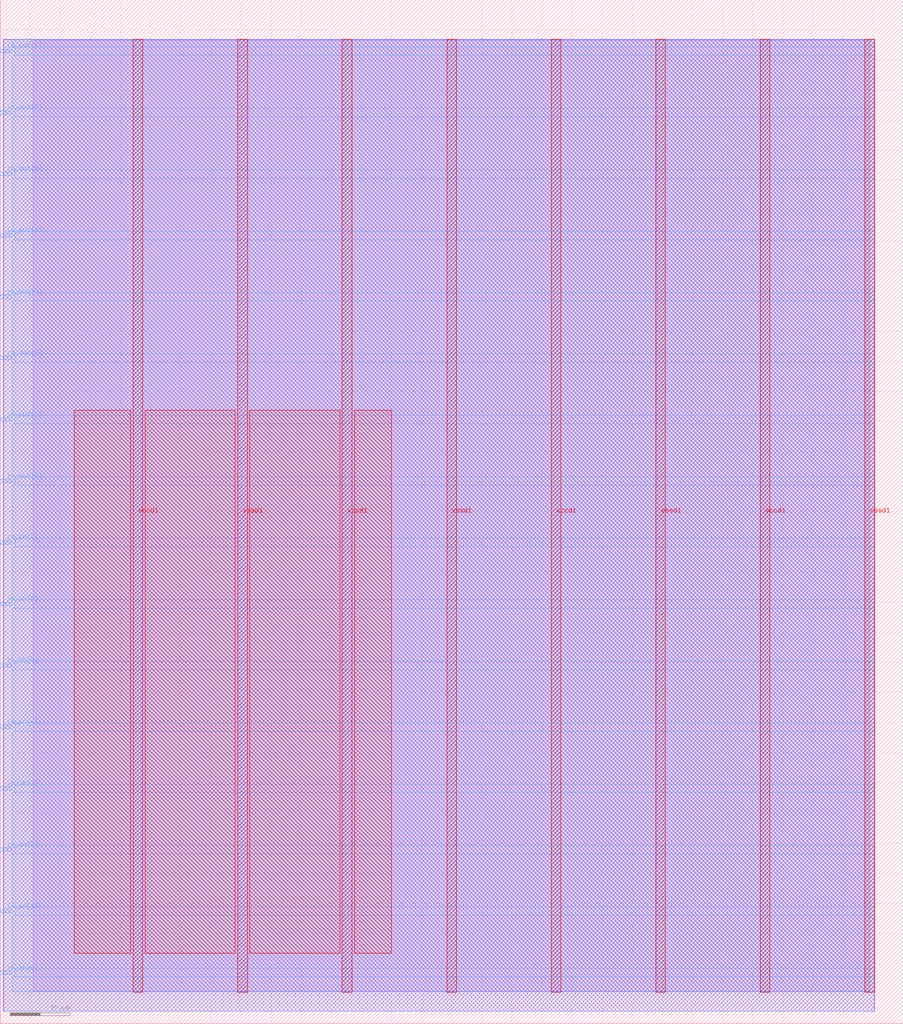
<source format=lef>
VERSION 5.7 ;
  NOWIREEXTENSIONATPIN ON ;
  DIVIDERCHAR "/" ;
  BUSBITCHARS "[]" ;
MACRO msaghir_top_level
  CLASS BLOCK ;
  FOREIGN msaghir_top_level ;
  ORIGIN 0.000 0.000 ;
  SIZE 150.000 BY 170.000 ;
  PIN io_in[0]
    DIRECTION INPUT ;
    USE SIGNAL ;
    PORT
      LAYER met3 ;
        RECT 0.000 8.200 2.000 8.800 ;
    END
  END io_in[0]
  PIN io_in[1]
    DIRECTION INPUT ;
    USE SIGNAL ;
    PORT
      LAYER met3 ;
        RECT 0.000 18.400 2.000 19.000 ;
    END
  END io_in[1]
  PIN io_in[2]
    DIRECTION INPUT ;
    USE SIGNAL ;
    PORT
      LAYER met3 ;
        RECT 0.000 28.600 2.000 29.200 ;
    END
  END io_in[2]
  PIN io_in[3]
    DIRECTION INPUT ;
    USE SIGNAL ;
    PORT
      LAYER met3 ;
        RECT 0.000 38.800 2.000 39.400 ;
    END
  END io_in[3]
  PIN io_in[4]
    DIRECTION INPUT ;
    USE SIGNAL ;
    PORT
      LAYER met3 ;
        RECT 0.000 49.000 2.000 49.600 ;
    END
  END io_in[4]
  PIN io_in[5]
    DIRECTION INPUT ;
    USE SIGNAL ;
    PORT
      LAYER met3 ;
        RECT 0.000 59.200 2.000 59.800 ;
    END
  END io_in[5]
  PIN io_in[6]
    DIRECTION INPUT ;
    USE SIGNAL ;
    PORT
      LAYER met3 ;
        RECT 0.000 69.400 2.000 70.000 ;
    END
  END io_in[6]
  PIN io_in[7]
    DIRECTION INPUT ;
    USE SIGNAL ;
    PORT
      LAYER met3 ;
        RECT 0.000 79.600 2.000 80.200 ;
    END
  END io_in[7]
  PIN io_out[0]
    DIRECTION OUTPUT TRISTATE ;
    USE SIGNAL ;
    PORT
      LAYER met3 ;
        RECT 0.000 89.800 2.000 90.400 ;
    END
  END io_out[0]
  PIN io_out[1]
    DIRECTION OUTPUT TRISTATE ;
    USE SIGNAL ;
    PORT
      LAYER met3 ;
        RECT 0.000 100.000 2.000 100.600 ;
    END
  END io_out[1]
  PIN io_out[2]
    DIRECTION OUTPUT TRISTATE ;
    USE SIGNAL ;
    PORT
      LAYER met3 ;
        RECT 0.000 110.200 2.000 110.800 ;
    END
  END io_out[2]
  PIN io_out[3]
    DIRECTION OUTPUT TRISTATE ;
    USE SIGNAL ;
    PORT
      LAYER met3 ;
        RECT 0.000 120.400 2.000 121.000 ;
    END
  END io_out[3]
  PIN io_out[4]
    DIRECTION OUTPUT TRISTATE ;
    USE SIGNAL ;
    PORT
      LAYER met3 ;
        RECT 0.000 130.600 2.000 131.200 ;
    END
  END io_out[4]
  PIN io_out[5]
    DIRECTION OUTPUT TRISTATE ;
    USE SIGNAL ;
    PORT
      LAYER met3 ;
        RECT 0.000 140.800 2.000 141.400 ;
    END
  END io_out[5]
  PIN io_out[6]
    DIRECTION OUTPUT TRISTATE ;
    USE SIGNAL ;
    PORT
      LAYER met3 ;
        RECT 0.000 151.000 2.000 151.600 ;
    END
  END io_out[6]
  PIN io_out[7]
    DIRECTION OUTPUT TRISTATE ;
    USE SIGNAL ;
    PORT
      LAYER met3 ;
        RECT 0.000 161.200 2.000 161.800 ;
    END
  END io_out[7]
  PIN vccd1
    DIRECTION INOUT ;
    USE POWER ;
    PORT
      LAYER met4 ;
        RECT 22.085 5.200 23.685 163.440 ;
    END
    PORT
      LAYER met4 ;
        RECT 56.815 5.200 58.415 163.440 ;
    END
    PORT
      LAYER met4 ;
        RECT 91.545 5.200 93.145 163.440 ;
    END
    PORT
      LAYER met4 ;
        RECT 126.275 5.200 127.875 163.440 ;
    END
  END vccd1
  PIN vssd1
    DIRECTION INOUT ;
    USE GROUND ;
    PORT
      LAYER met4 ;
        RECT 39.450 5.200 41.050 163.440 ;
    END
    PORT
      LAYER met4 ;
        RECT 74.180 5.200 75.780 163.440 ;
    END
    PORT
      LAYER met4 ;
        RECT 108.910 5.200 110.510 163.440 ;
    END
    PORT
      LAYER met4 ;
        RECT 143.640 5.200 145.240 163.440 ;
    END
  END vssd1
  OBS
      LAYER li1 ;
        RECT 5.520 5.355 144.440 163.285 ;
      LAYER met1 ;
        RECT 0.530 2.080 145.240 163.440 ;
      LAYER met2 ;
        RECT 0.560 2.050 145.210 163.385 ;
      LAYER met3 ;
        RECT 2.000 162.200 145.230 163.365 ;
        RECT 2.400 160.800 145.230 162.200 ;
        RECT 2.000 152.000 145.230 160.800 ;
        RECT 2.400 150.600 145.230 152.000 ;
        RECT 2.000 141.800 145.230 150.600 ;
        RECT 2.400 140.400 145.230 141.800 ;
        RECT 2.000 131.600 145.230 140.400 ;
        RECT 2.400 130.200 145.230 131.600 ;
        RECT 2.000 121.400 145.230 130.200 ;
        RECT 2.400 120.000 145.230 121.400 ;
        RECT 2.000 111.200 145.230 120.000 ;
        RECT 2.400 109.800 145.230 111.200 ;
        RECT 2.000 101.000 145.230 109.800 ;
        RECT 2.400 99.600 145.230 101.000 ;
        RECT 2.000 90.800 145.230 99.600 ;
        RECT 2.400 89.400 145.230 90.800 ;
        RECT 2.000 80.600 145.230 89.400 ;
        RECT 2.400 79.200 145.230 80.600 ;
        RECT 2.000 70.400 145.230 79.200 ;
        RECT 2.400 69.000 145.230 70.400 ;
        RECT 2.000 60.200 145.230 69.000 ;
        RECT 2.400 58.800 145.230 60.200 ;
        RECT 2.000 50.000 145.230 58.800 ;
        RECT 2.400 48.600 145.230 50.000 ;
        RECT 2.000 39.800 145.230 48.600 ;
        RECT 2.400 38.400 145.230 39.800 ;
        RECT 2.000 29.600 145.230 38.400 ;
        RECT 2.400 28.200 145.230 29.600 ;
        RECT 2.000 19.400 145.230 28.200 ;
        RECT 2.400 18.000 145.230 19.400 ;
        RECT 2.000 9.200 145.230 18.000 ;
        RECT 2.400 7.800 145.230 9.200 ;
        RECT 2.000 5.275 145.230 7.800 ;
      LAYER met4 ;
        RECT 12.255 11.735 21.685 101.825 ;
        RECT 24.085 11.735 39.050 101.825 ;
        RECT 41.450 11.735 56.415 101.825 ;
        RECT 58.815 11.735 65.025 101.825 ;
  END
END msaghir_top_level
END LIBRARY


</source>
